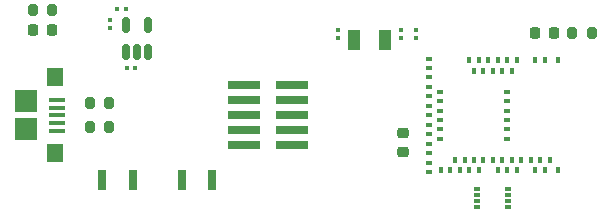
<source format=gbr>
%TF.GenerationSoftware,KiCad,Pcbnew,7.0.1-0*%
%TF.CreationDate,2024-01-09T13:00:13-05:00*%
%TF.ProjectId,nRF52_sandbox,6e524635-325f-4736-916e-64626f782e6b,rev?*%
%TF.SameCoordinates,Original*%
%TF.FileFunction,Paste,Top*%
%TF.FilePolarity,Positive*%
%FSLAX46Y46*%
G04 Gerber Fmt 4.6, Leading zero omitted, Abs format (unit mm)*
G04 Created by KiCad (PCBNEW 7.0.1-0) date 2024-01-09 13:00:13*
%MOMM*%
%LPD*%
G01*
G04 APERTURE LIST*
G04 Aperture macros list*
%AMRoundRect*
0 Rectangle with rounded corners*
0 $1 Rounding radius*
0 $2 $3 $4 $5 $6 $7 $8 $9 X,Y pos of 4 corners*
0 Add a 4 corners polygon primitive as box body*
4,1,4,$2,$3,$4,$5,$6,$7,$8,$9,$2,$3,0*
0 Add four circle primitives for the rounded corners*
1,1,$1+$1,$2,$3*
1,1,$1+$1,$4,$5*
1,1,$1+$1,$6,$7*
1,1,$1+$1,$8,$9*
0 Add four rect primitives between the rounded corners*
20,1,$1+$1,$2,$3,$4,$5,0*
20,1,$1+$1,$4,$5,$6,$7,0*
20,1,$1+$1,$6,$7,$8,$9,0*
20,1,$1+$1,$8,$9,$2,$3,0*%
G04 Aperture macros list end*
%ADD10RoundRect,0.200000X-0.200000X-0.275000X0.200000X-0.275000X0.200000X0.275000X-0.200000X0.275000X0*%
%ADD11RoundRect,0.150000X0.150000X-0.512500X0.150000X0.512500X-0.150000X0.512500X-0.150000X-0.512500X0*%
%ADD12RoundRect,0.079500X0.100500X-0.079500X0.100500X0.079500X-0.100500X0.079500X-0.100500X-0.079500X0*%
%ADD13RoundRect,0.218750X0.256250X-0.218750X0.256250X0.218750X-0.256250X0.218750X-0.256250X-0.218750X0*%
%ADD14RoundRect,0.079500X-0.079500X-0.100500X0.079500X-0.100500X0.079500X0.100500X-0.079500X0.100500X0*%
%ADD15R,0.800000X1.700000*%
%ADD16R,2.790000X0.740000*%
%ADD17R,1.350000X0.400000*%
%ADD18R,1.400000X1.600000*%
%ADD19R,1.900000X1.900000*%
%ADD20RoundRect,0.087500X0.175000X0.087500X-0.175000X0.087500X-0.175000X-0.087500X0.175000X-0.087500X0*%
%ADD21R,0.400000X0.600000*%
%ADD22R,0.600000X0.400000*%
%ADD23R,1.000000X1.800000*%
%ADD24RoundRect,0.079500X0.079500X0.100500X-0.079500X0.100500X-0.079500X-0.100500X0.079500X-0.100500X0*%
%ADD25RoundRect,0.218750X-0.218750X-0.256250X0.218750X-0.256250X0.218750X0.256250X-0.218750X0.256250X0*%
%ADD26RoundRect,0.079500X-0.100500X0.079500X-0.100500X-0.079500X0.100500X-0.079500X0.100500X0.079500X0*%
%ADD27RoundRect,0.218750X0.218750X0.256250X-0.218750X0.256250X-0.218750X-0.256250X0.218750X-0.256250X0*%
G04 APERTURE END LIST*
D10*
%TO.C,R1*%
X92075000Y-79600000D03*
X93725000Y-79600000D03*
%TD*%
D11*
%TO.C,U2*%
X99950000Y-83137500D03*
X100900000Y-83137500D03*
X101850000Y-83137500D03*
X101850000Y-80862500D03*
X99950000Y-80862500D03*
%TD*%
D10*
%TO.C,R4*%
X96925000Y-87500000D03*
X98575000Y-87500000D03*
%TD*%
D12*
%TO.C,C2*%
X123300000Y-81945000D03*
X123300000Y-81255000D03*
%TD*%
D13*
%TO.C,L1*%
X123400000Y-91587500D03*
X123400000Y-90012500D03*
%TD*%
D14*
%TO.C,C5*%
X100055001Y-84500000D03*
X100745001Y-84500000D03*
%TD*%
D15*
%TO.C,SW2*%
X104700000Y-94000000D03*
X107300000Y-94000000D03*
%TD*%
D16*
%TO.C,J2*%
X109965000Y-85960000D03*
X114035000Y-85960000D03*
X109965000Y-87230000D03*
X114035000Y-87230000D03*
X109965000Y-88500000D03*
X114035000Y-88500000D03*
X109965000Y-89770000D03*
X114035000Y-89770000D03*
X109965000Y-91040000D03*
X114035000Y-91040000D03*
%TD*%
D17*
%TO.C,J1*%
X94175000Y-87200000D03*
X94175000Y-87850000D03*
X94175000Y-88500000D03*
X94175000Y-89150000D03*
D18*
X93950000Y-85300000D03*
D19*
X91500000Y-87300000D03*
X91500000Y-89700000D03*
D17*
X94175000Y-89800000D03*
D18*
X93950000Y-91700000D03*
%TD*%
D15*
%TO.C,SW1*%
X100550000Y-94000000D03*
X97950000Y-94000000D03*
%TD*%
D20*
%TO.C,U3*%
X132287500Y-96250000D03*
X132287500Y-95750000D03*
X132287500Y-95250000D03*
X132287500Y-94750000D03*
X129712500Y-94750000D03*
X129712500Y-95250000D03*
X129712500Y-95750000D03*
X129712500Y-96250000D03*
%TD*%
D21*
%TO.C,U1*%
X136550000Y-83850000D03*
X135450000Y-83850000D03*
X134650000Y-83850000D03*
X133050000Y-83850000D03*
X132650000Y-84750000D03*
X132250000Y-83850000D03*
X131850000Y-84750000D03*
X131450000Y-83850000D03*
X131050000Y-84750000D03*
X130650000Y-83850000D03*
X130250000Y-84750000D03*
X129850000Y-83850000D03*
X129450000Y-84750000D03*
X129050000Y-83850000D03*
D22*
X125650000Y-83700000D03*
X125650000Y-84500000D03*
X125650000Y-85300000D03*
X125650000Y-86100000D03*
X126550000Y-86500000D03*
X125650000Y-86900000D03*
X126550000Y-87300000D03*
X125650000Y-87700000D03*
X126550000Y-88100000D03*
X125650000Y-88500000D03*
X126550000Y-88900000D03*
X125650000Y-89300000D03*
X126550000Y-89700000D03*
X125650000Y-90100000D03*
X126550000Y-90500000D03*
X125650000Y-90900000D03*
X125650000Y-91700000D03*
X125650000Y-92500000D03*
X125650000Y-93300000D03*
D21*
X126650000Y-93150000D03*
X127450000Y-93150000D03*
X127850000Y-92250000D03*
X128250000Y-93150000D03*
X128650000Y-92250000D03*
X129050000Y-93150000D03*
X129450000Y-92250000D03*
X129850000Y-93150000D03*
X130250000Y-92250000D03*
X131050000Y-92250000D03*
X131450000Y-93150000D03*
X131850000Y-92250000D03*
X132250000Y-93150000D03*
X132650000Y-92250000D03*
X133050000Y-93150000D03*
X133450000Y-92250000D03*
X134250000Y-92250000D03*
X134650000Y-93150000D03*
X135050000Y-92250000D03*
X135450000Y-93150000D03*
X135850000Y-92250000D03*
X136550000Y-93150000D03*
D22*
X132250000Y-86500000D03*
X132250000Y-87300000D03*
X132250000Y-88100000D03*
X132250000Y-88900000D03*
X132250000Y-89700000D03*
X132250000Y-90500000D03*
%TD*%
D23*
%TO.C,Y1*%
X119325000Y-82100000D03*
X121875000Y-82100000D03*
%TD*%
D10*
%TO.C,R3*%
X96925000Y-89500000D03*
X98575000Y-89500000D03*
%TD*%
%TO.C,R2*%
X137775000Y-81500000D03*
X139425000Y-81500000D03*
%TD*%
D24*
%TO.C,C4*%
X99945000Y-79500000D03*
X99255000Y-79500000D03*
%TD*%
D25*
%TO.C,D1*%
X92112500Y-81300000D03*
X93687500Y-81300000D03*
%TD*%
D12*
%TO.C,C1*%
X98650000Y-81095000D03*
X98650000Y-80405000D03*
%TD*%
D26*
%TO.C,C6*%
X124500000Y-81255000D03*
X124500000Y-81945000D03*
%TD*%
D12*
%TO.C,C3*%
X117900000Y-81945000D03*
X117900000Y-81255000D03*
%TD*%
D27*
%TO.C,D2*%
X136187500Y-81500000D03*
X134612500Y-81500000D03*
%TD*%
M02*

</source>
